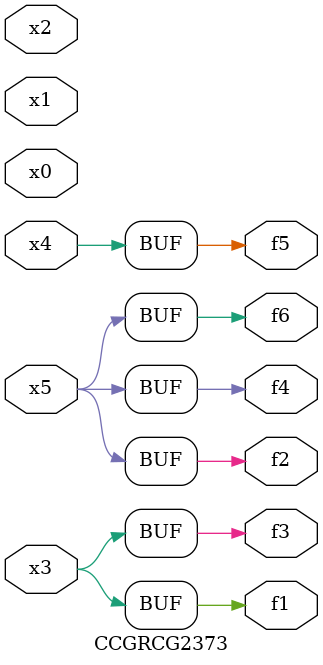
<source format=v>
module CCGRCG2373(
	input x0, x1, x2, x3, x4, x5,
	output f1, f2, f3, f4, f5, f6
);
	assign f1 = x3;
	assign f2 = x5;
	assign f3 = x3;
	assign f4 = x5;
	assign f5 = x4;
	assign f6 = x5;
endmodule

</source>
